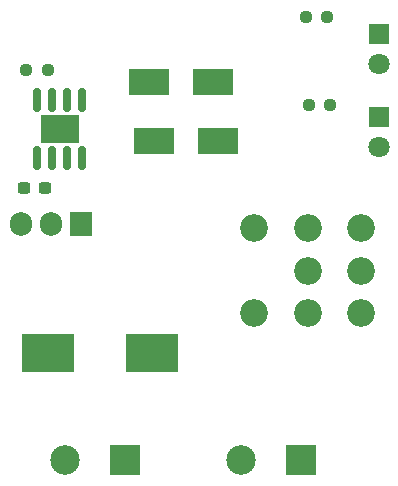
<source format=gbr>
%TF.GenerationSoftware,KiCad,Pcbnew,(6.0.2)*%
%TF.CreationDate,2022-08-06T16:36:37+03:00*%
%TF.ProjectId,NE555_PWM_Driver,4e453535-355f-4505-974d-5f4472697665,rev?*%
%TF.SameCoordinates,Original*%
%TF.FileFunction,Soldermask,Top*%
%TF.FilePolarity,Negative*%
%FSLAX46Y46*%
G04 Gerber Fmt 4.6, Leading zero omitted, Abs format (unit mm)*
G04 Created by KiCad (PCBNEW (6.0.2)) date 2022-08-06 16:36:37*
%MOMM*%
%LPD*%
G01*
G04 APERTURE LIST*
G04 Aperture macros list*
%AMRoundRect*
0 Rectangle with rounded corners*
0 $1 Rounding radius*
0 $2 $3 $4 $5 $6 $7 $8 $9 X,Y pos of 4 corners*
0 Add a 4 corners polygon primitive as box body*
4,1,4,$2,$3,$4,$5,$6,$7,$8,$9,$2,$3,0*
0 Add four circle primitives for the rounded corners*
1,1,$1+$1,$2,$3*
1,1,$1+$1,$4,$5*
1,1,$1+$1,$6,$7*
1,1,$1+$1,$8,$9*
0 Add four rect primitives between the rounded corners*
20,1,$1+$1,$2,$3,$4,$5,0*
20,1,$1+$1,$4,$5,$6,$7,0*
20,1,$1+$1,$6,$7,$8,$9,0*
20,1,$1+$1,$8,$9,$2,$3,0*%
G04 Aperture macros list end*
%ADD10R,2.500000X2.500000*%
%ADD11C,2.500000*%
%ADD12R,1.800000X1.800000*%
%ADD13C,1.800000*%
%ADD14RoundRect,0.237500X-0.250000X-0.237500X0.250000X-0.237500X0.250000X0.237500X-0.250000X0.237500X0*%
%ADD15RoundRect,0.237500X0.250000X0.237500X-0.250000X0.237500X-0.250000X-0.237500X0.250000X-0.237500X0*%
%ADD16R,3.500000X2.300000*%
%ADD17RoundRect,0.150000X0.150000X-0.825000X0.150000X0.825000X-0.150000X0.825000X-0.150000X-0.825000X0*%
%ADD18R,3.300000X2.410000*%
%ADD19R,1.905000X2.000000*%
%ADD20O,1.905000X2.000000*%
%ADD21R,4.500000X3.300000*%
%ADD22C,2.340000*%
%ADD23RoundRect,0.237500X0.300000X0.237500X-0.300000X0.237500X-0.300000X-0.237500X0.300000X-0.237500X0*%
G04 APERTURE END LIST*
D10*
%TO.C,J1*%
X187455000Y-120000000D03*
D11*
X182375000Y-120000000D03*
%TD*%
D12*
%TO.C,D4*%
X194000000Y-91000000D03*
D13*
X194000000Y-93540000D03*
%TD*%
D14*
%TO.C,R2*%
X164175000Y-87000000D03*
X166000000Y-87000000D03*
%TD*%
D15*
%TO.C,R4*%
X189912500Y-90000000D03*
X188087500Y-90000000D03*
%TD*%
D12*
%TO.C,D3*%
X194000000Y-84000000D03*
D13*
X194000000Y-86540000D03*
%TD*%
D16*
%TO.C,D1*%
X175000000Y-93000000D03*
X180400000Y-93000000D03*
%TD*%
D17*
%TO.C,U1*%
X165095000Y-94475000D03*
X166365000Y-94475000D03*
X167635000Y-94475000D03*
X168905000Y-94475000D03*
X168905000Y-89525000D03*
X167635000Y-89525000D03*
X166365000Y-89525000D03*
X165095000Y-89525000D03*
D18*
X167000000Y-92000000D03*
%TD*%
D19*
%TO.C,Q1*%
X168790000Y-100055000D03*
D20*
X166250000Y-100055000D03*
X163710000Y-100055000D03*
%TD*%
D21*
%TO.C,D5*%
X174800000Y-111000000D03*
X166000000Y-111000000D03*
%TD*%
D22*
%TO.C,R1*%
X192500000Y-107600000D03*
X192500000Y-104000000D03*
X192500000Y-100400000D03*
X188000000Y-107600000D03*
X188000000Y-104000000D03*
X188000000Y-100400000D03*
X183500000Y-107600000D03*
X183500000Y-100400000D03*
%TD*%
D23*
%TO.C,C1*%
X165725000Y-97000000D03*
X164000000Y-97000000D03*
%TD*%
D10*
%TO.C,J2*%
X172545000Y-120000000D03*
D11*
X167465000Y-120000000D03*
%TD*%
D16*
%TO.C,D2*%
X180000000Y-88000000D03*
X174600000Y-88000000D03*
%TD*%
D15*
%TO.C,R3*%
X189657776Y-82522500D03*
X187832776Y-82522500D03*
%TD*%
M02*

</source>
